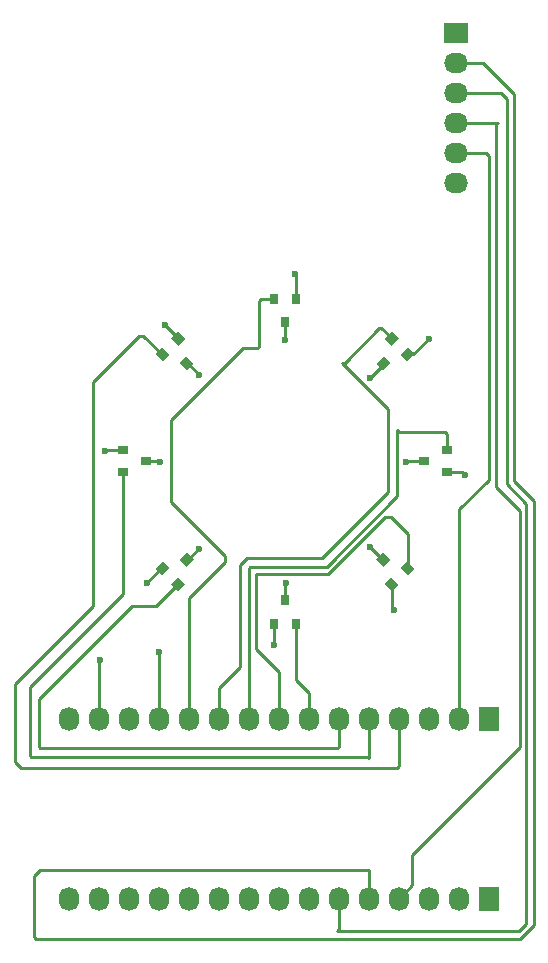
<source format=gtl>
G04 #@! TF.FileFunction,Copper,L1,Top,Signal*
%FSLAX46Y46*%
G04 Gerber Fmt 4.6, Leading zero omitted, Abs format (unit mm)*
G04 Created by KiCad (PCBNEW 4.0.4-stable) date Thursday, December 08, 2016 'AMt' 10:27:16 AM*
%MOMM*%
%LPD*%
G01*
G04 APERTURE LIST*
%ADD10C,0.100000*%
%ADD11R,0.800000X0.900000*%
%ADD12R,0.900000X0.800000*%
%ADD13R,1.727200X2.032000*%
%ADD14O,1.727200X2.032000*%
%ADD15R,2.032000X1.727200*%
%ADD16O,2.032000X1.727200*%
%ADD17C,0.600000*%
%ADD18C,0.250000*%
G04 APERTURE END LIST*
D10*
G36*
X134656396Y-123184213D02*
X134090710Y-123749899D01*
X133454314Y-123113503D01*
X134020000Y-122547817D01*
X134656396Y-123184213D01*
X134656396Y-123184213D01*
G37*
G36*
X135999899Y-121840710D02*
X135434213Y-122406396D01*
X134797817Y-121770000D01*
X135363503Y-121204314D01*
X135999899Y-121840710D01*
X135999899Y-121840710D01*
G37*
G36*
X133913934Y-121098248D02*
X133348248Y-121663934D01*
X132711852Y-121027538D01*
X133277538Y-120461852D01*
X133913934Y-121098248D01*
X133913934Y-121098248D01*
G37*
D11*
X124050000Y-126500000D03*
X125950000Y-126500000D03*
X125000000Y-124500000D03*
X125950000Y-99000000D03*
X124050000Y-99000000D03*
X125000000Y-101000000D03*
D10*
G36*
X135434213Y-103093604D02*
X135999899Y-103659290D01*
X135363503Y-104295686D01*
X134797817Y-103730000D01*
X135434213Y-103093604D01*
X135434213Y-103093604D01*
G37*
G36*
X134090710Y-101750101D02*
X134656396Y-102315787D01*
X134020000Y-102952183D01*
X133454314Y-102386497D01*
X134090710Y-101750101D01*
X134090710Y-101750101D01*
G37*
G36*
X133348248Y-103836066D02*
X133913934Y-104401752D01*
X133277538Y-105038148D01*
X132711852Y-104472462D01*
X133348248Y-103836066D01*
X133348248Y-103836066D01*
G37*
D12*
X138750000Y-113700000D03*
X138750000Y-111800000D03*
X136750000Y-112750000D03*
D10*
G36*
X114565787Y-122406396D02*
X114000101Y-121840710D01*
X114636497Y-121204314D01*
X115202183Y-121770000D01*
X114565787Y-122406396D01*
X114565787Y-122406396D01*
G37*
G36*
X115909290Y-123749899D02*
X115343604Y-123184213D01*
X115980000Y-122547817D01*
X116545686Y-123113503D01*
X115909290Y-123749899D01*
X115909290Y-123749899D01*
G37*
G36*
X116651752Y-121663934D02*
X116086066Y-121098248D01*
X116722462Y-120461852D01*
X117288148Y-121027538D01*
X116651752Y-121663934D01*
X116651752Y-121663934D01*
G37*
D12*
X111250000Y-111800000D03*
X111250000Y-113700000D03*
X113250000Y-112750000D03*
D10*
G36*
X115343604Y-102315787D02*
X115909290Y-101750101D01*
X116545686Y-102386497D01*
X115980000Y-102952183D01*
X115343604Y-102315787D01*
X115343604Y-102315787D01*
G37*
G36*
X114000101Y-103659290D02*
X114565787Y-103093604D01*
X115202183Y-103730000D01*
X114636497Y-104295686D01*
X114000101Y-103659290D01*
X114000101Y-103659290D01*
G37*
G36*
X116086066Y-104401752D02*
X116651752Y-103836066D01*
X117288148Y-104472462D01*
X116722462Y-105038148D01*
X116086066Y-104401752D01*
X116086066Y-104401752D01*
G37*
D13*
X142253500Y-134555500D03*
D14*
X139713500Y-134555500D03*
X137173500Y-134555500D03*
X134633500Y-134555500D03*
X132093500Y-134555500D03*
X129553500Y-134555500D03*
X127013500Y-134555500D03*
X124473500Y-134555500D03*
X121933500Y-134555500D03*
X119393500Y-134555500D03*
X116853500Y-134555500D03*
X114313500Y-134555500D03*
X111773500Y-134555500D03*
X109233500Y-134555500D03*
X106693500Y-134555500D03*
D13*
X142253500Y-149795500D03*
D14*
X139713500Y-149795500D03*
X137173500Y-149795500D03*
X134633500Y-149795500D03*
X132093500Y-149795500D03*
X129553500Y-149795500D03*
X127013500Y-149795500D03*
X124473500Y-149795500D03*
X121933500Y-149795500D03*
X119393500Y-149795500D03*
X116853500Y-149795500D03*
X114313500Y-149795500D03*
X111773500Y-149795500D03*
X109233500Y-149795500D03*
X106693500Y-149795500D03*
D15*
X139488001Y-76454000D03*
D16*
X139488001Y-78994000D03*
X139488001Y-81534000D03*
X139488001Y-84074000D03*
X139488001Y-86614000D03*
X139488001Y-89154000D03*
D17*
X114300000Y-128905000D03*
X140208000Y-113919000D03*
X137160000Y-102362000D03*
X125857000Y-96901000D03*
X114808000Y-101219000D03*
X109728000Y-111887000D03*
X113284000Y-123063000D03*
X124079000Y-128270000D03*
X134239000Y-125349000D03*
X109347000Y-129540000D03*
X135255000Y-112776000D03*
X132207000Y-105664000D03*
X124968000Y-102489000D03*
X117729000Y-105410000D03*
X114427000Y-112776000D03*
X117729000Y-120142000D03*
X125095000Y-123063000D03*
X132207000Y-120015000D03*
D18*
X114313500Y-128918500D02*
X114313500Y-134555500D01*
X114300000Y-128905000D02*
X114313500Y-128918500D01*
X139989000Y-113700000D02*
X138750000Y-113700000D01*
X140208000Y-113919000D02*
X139989000Y-113700000D01*
X137160000Y-102362000D02*
X135827355Y-103694645D01*
X135827355Y-103694645D02*
X135398858Y-103694645D01*
X125950000Y-96994000D02*
X125950000Y-99000000D01*
X125857000Y-96901000D02*
X125950000Y-96994000D01*
X114808000Y-101219000D02*
X115940142Y-102351142D01*
X115940142Y-102351142D02*
X115944645Y-102351142D01*
X109815000Y-111800000D02*
X111250000Y-111800000D01*
X109728000Y-111887000D02*
X109815000Y-111800000D01*
X113284000Y-123063000D02*
X114541645Y-121805355D01*
X114541645Y-121805355D02*
X114601142Y-121805355D01*
X124050000Y-128241000D02*
X124050000Y-126500000D01*
X124079000Y-128270000D02*
X124050000Y-128241000D01*
X134055355Y-125165355D02*
X134055355Y-123148858D01*
X134239000Y-125349000D02*
X134055355Y-125165355D01*
X116853500Y-134555500D02*
X116853500Y-124319500D01*
X122996000Y-99000000D02*
X124050000Y-99000000D01*
X122809000Y-99187000D02*
X122996000Y-99000000D01*
X122809000Y-102997000D02*
X122809000Y-99187000D01*
X122682000Y-103124000D02*
X122809000Y-102997000D01*
X121412000Y-103124000D02*
X122682000Y-103124000D01*
X115316000Y-109220000D02*
X121412000Y-103124000D01*
X115316000Y-116205000D02*
X115316000Y-109220000D01*
X119888000Y-120777000D02*
X115316000Y-116205000D01*
X119888000Y-121285000D02*
X119888000Y-120777000D01*
X116853500Y-124319500D02*
X119888000Y-121285000D01*
X109233500Y-129653500D02*
X109233500Y-134555500D01*
X109347000Y-129540000D02*
X109233500Y-129653500D01*
X135281000Y-112750000D02*
X136750000Y-112750000D01*
X135255000Y-112776000D02*
X135281000Y-112750000D01*
X132207000Y-105664000D02*
X133312893Y-104558107D01*
X133312893Y-104558107D02*
X133312893Y-104437107D01*
X125000000Y-102457000D02*
X125000000Y-101000000D01*
X124968000Y-102489000D02*
X125000000Y-102457000D01*
X117729000Y-105410000D02*
X116756107Y-104437107D01*
X116756107Y-104437107D02*
X116687107Y-104437107D01*
X114401000Y-112750000D02*
X113250000Y-112750000D01*
X114427000Y-112776000D02*
X114401000Y-112750000D01*
X116808107Y-121062893D02*
X116687107Y-121062893D01*
X117729000Y-120142000D02*
X116808107Y-121062893D01*
X125000000Y-123158000D02*
X125000000Y-124500000D01*
X125095000Y-123063000D02*
X125000000Y-123158000D01*
X132207000Y-120015000D02*
X133254893Y-121062893D01*
X133254893Y-121062893D02*
X133312893Y-121062893D01*
X119393500Y-134555500D02*
X119393500Y-131939500D01*
X133177213Y-101473000D02*
X134055355Y-102351142D01*
X132969000Y-101473000D02*
X133177213Y-101473000D01*
X130048000Y-104394000D02*
X132969000Y-101473000D01*
X129794000Y-104394000D02*
X130048000Y-104394000D01*
X133731000Y-108331000D02*
X129794000Y-104394000D01*
X133731000Y-115316000D02*
X133731000Y-108331000D01*
X128143000Y-120904000D02*
X133731000Y-115316000D01*
X121793000Y-120904000D02*
X128143000Y-120904000D01*
X121158000Y-121539000D02*
X121793000Y-120904000D01*
X121158000Y-130175000D02*
X121158000Y-121539000D01*
X119393500Y-131939500D02*
X121158000Y-130175000D01*
X121933500Y-134555500D02*
X121933500Y-121779500D01*
X138750000Y-110429000D02*
X138750000Y-111800000D01*
X138557000Y-110236000D02*
X138750000Y-110429000D01*
X134620000Y-110236000D02*
X138557000Y-110236000D01*
X134493000Y-110109000D02*
X134620000Y-110236000D01*
X134493000Y-115697000D02*
X134493000Y-110109000D01*
X128524000Y-121666000D02*
X134493000Y-115697000D01*
X122047000Y-121666000D02*
X128524000Y-121666000D01*
X121933500Y-121779500D02*
X122047000Y-121666000D01*
X124473500Y-134555500D02*
X124473500Y-130569500D01*
X135398858Y-118888858D02*
X135398858Y-121805355D01*
X133985000Y-117475000D02*
X135398858Y-118888858D01*
X133477000Y-117475000D02*
X133985000Y-117475000D01*
X128651000Y-122301000D02*
X133477000Y-117475000D01*
X122555000Y-122301000D02*
X128651000Y-122301000D01*
X122555000Y-128651000D02*
X122555000Y-122301000D01*
X124473500Y-130569500D02*
X122555000Y-128651000D01*
X125950000Y-126500000D02*
X125950000Y-131284000D01*
X127013500Y-132347500D02*
X127013500Y-134555500D01*
X125950000Y-131284000D02*
X127013500Y-132347500D01*
X129553500Y-134555500D02*
X129553500Y-136919500D01*
X114125503Y-124968000D02*
X115944645Y-123148858D01*
X112014000Y-124968000D02*
X114125503Y-124968000D01*
X104140000Y-132842000D02*
X112014000Y-124968000D01*
X104140000Y-136906000D02*
X104140000Y-132842000D01*
X104267000Y-137033000D02*
X104140000Y-136906000D01*
X129440000Y-137033000D02*
X104267000Y-137033000D01*
X129553500Y-136919500D02*
X129440000Y-137033000D01*
X132093500Y-134555500D02*
X132093500Y-137908500D01*
X111250000Y-123954000D02*
X111250000Y-113700000D01*
X103378000Y-131826000D02*
X111250000Y-123954000D01*
X103378000Y-137668000D02*
X103378000Y-131826000D01*
X103505000Y-137795000D02*
X103378000Y-137668000D01*
X131980000Y-137795000D02*
X103505000Y-137795000D01*
X132093500Y-137908500D02*
X131980000Y-137795000D01*
X134633500Y-134555500D02*
X134633500Y-138570500D01*
X113014497Y-102108000D02*
X114601142Y-103694645D01*
X112649000Y-102108000D02*
X113014497Y-102108000D01*
X108712000Y-106045000D02*
X112649000Y-102108000D01*
X108712000Y-124968000D02*
X108712000Y-106045000D01*
X102108000Y-131572000D02*
X108712000Y-124968000D01*
X102108000Y-138176000D02*
X102108000Y-131572000D01*
X102616000Y-138684000D02*
X102108000Y-138176000D01*
X134520000Y-138684000D02*
X102616000Y-138684000D01*
X134633500Y-138570500D02*
X134520000Y-138684000D01*
X139713500Y-134555500D02*
X139713500Y-116826500D01*
X141986000Y-86614000D02*
X139488001Y-86614000D01*
X142240000Y-86868000D02*
X141986000Y-86614000D01*
X142240000Y-114300000D02*
X142240000Y-86868000D01*
X139713500Y-116826500D02*
X142240000Y-114300000D01*
X139488001Y-84074000D02*
X143002000Y-84074000D01*
X135763000Y-148666000D02*
X134633500Y-149795500D01*
X135763000Y-146050000D02*
X135763000Y-148666000D01*
X144907000Y-136906000D02*
X135763000Y-146050000D01*
X144907000Y-116967000D02*
X144907000Y-136906000D01*
X142875000Y-114935000D02*
X144907000Y-116967000D01*
X142875000Y-84201000D02*
X142875000Y-114935000D01*
X143002000Y-84074000D02*
X142875000Y-84201000D01*
X132093500Y-147333500D02*
X132093500Y-149795500D01*
X132080000Y-147320000D02*
X132093500Y-147333500D01*
X104267000Y-147320000D02*
X132080000Y-147320000D01*
X103759000Y-147828000D02*
X104267000Y-147320000D01*
X103759000Y-153035000D02*
X103759000Y-147828000D01*
X103886000Y-153162000D02*
X103759000Y-153035000D01*
X144907000Y-153162000D02*
X103886000Y-153162000D01*
X146050000Y-152019000D02*
X144907000Y-153162000D01*
X146050000Y-116078000D02*
X146050000Y-152019000D01*
X144399000Y-114427000D02*
X146050000Y-116078000D01*
X144399000Y-81661000D02*
X144399000Y-114427000D01*
X141732000Y-78994000D02*
X144399000Y-81661000D01*
X139488001Y-78994000D02*
X141732000Y-78994000D01*
X139488001Y-81534000D02*
X143256000Y-81534000D01*
X129553500Y-152386500D02*
X129553500Y-149795500D01*
X129413000Y-152527000D02*
X129553500Y-152386500D01*
X144780000Y-152527000D02*
X129413000Y-152527000D01*
X145415000Y-151892000D02*
X144780000Y-152527000D01*
X145415000Y-116332000D02*
X145415000Y-151892000D01*
X143764000Y-114681000D02*
X145415000Y-116332000D01*
X143764000Y-82042000D02*
X143764000Y-114681000D01*
X143256000Y-81534000D02*
X143764000Y-82042000D01*
M02*

</source>
